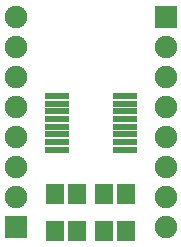
<source format=gbr>
G04 DipTrace 3.1.0.1*
G04 TopMask.gbr*
%MOIN*%
G04 #@! TF.FileFunction,Soldermask,Top*
G04 #@! TF.Part,Single*
%ADD26R,0.07874X0.023622*%
%ADD28C,0.074803*%
%ADD30R,0.074803X0.074803*%
%ADD32R,0.059055X0.066929*%
%FSLAX26Y26*%
G04*
G70*
G90*
G75*
G01*
G04 TopMask*
%LPD*%
D32*
X587430Y606178D3*
X662234D3*
X749913Y481192D3*
X824717D3*
X824906Y606178D3*
X750102D3*
D30*
X456194Y493690D3*
D28*
Y593690D3*
Y693690D3*
Y793690D3*
Y893690D3*
Y993690D3*
Y1093690D3*
Y1193690D3*
D30*
X956290Y1193925D3*
D28*
Y1093925D3*
Y993925D3*
Y893925D3*
Y793925D3*
Y693925D3*
Y593925D3*
Y493925D3*
D32*
X587430Y481192D3*
X662234D3*
D26*
X593680Y931144D3*
Y905554D3*
Y879963D3*
Y854373D3*
Y828782D3*
Y803192D3*
Y777601D3*
Y752010D3*
X822034D3*
X822026Y777601D3*
Y803192D3*
Y828782D3*
Y854373D3*
Y879963D3*
Y905554D3*
Y931144D3*
M02*

</source>
